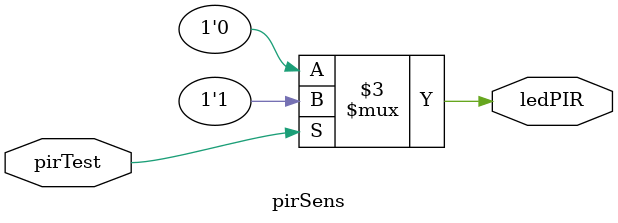
<source format=v>
module pirSens(
	input wire pirTest,
	output reg ledPIR
	);

	always @* begin
		if (pirTest) begin
			ledPIR = 1;
		end		
		else begin
			ledPIR = 0;
		end
	end
endmodule

</source>
